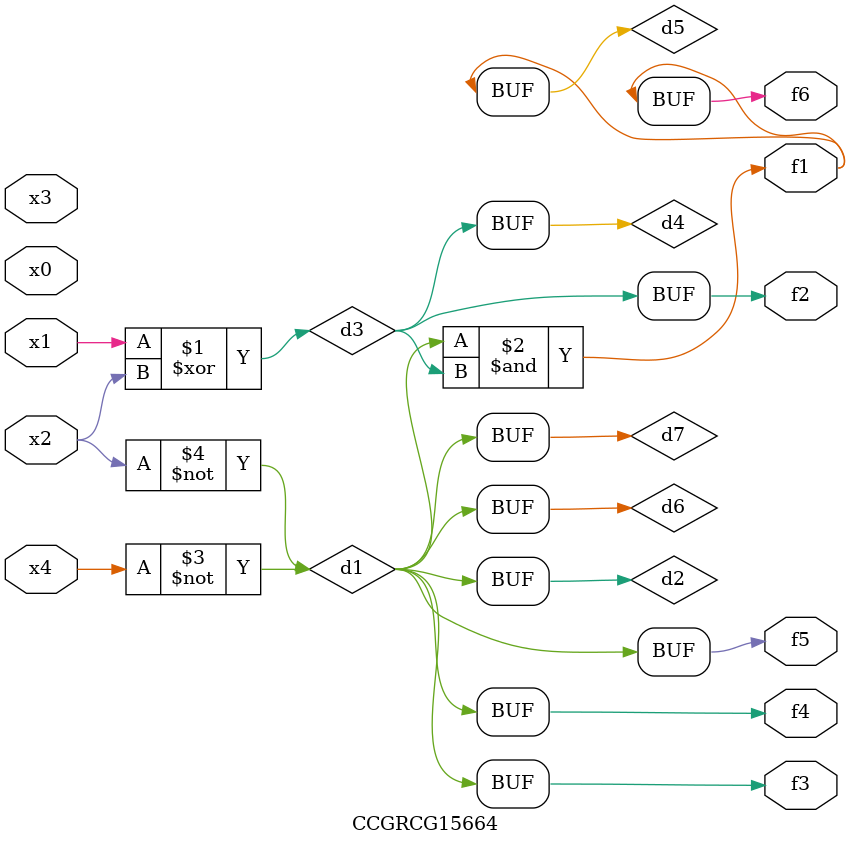
<source format=v>
module CCGRCG15664(
	input x0, x1, x2, x3, x4,
	output f1, f2, f3, f4, f5, f6
);

	wire d1, d2, d3, d4, d5, d6, d7;

	not (d1, x4);
	not (d2, x2);
	xor (d3, x1, x2);
	buf (d4, d3);
	and (d5, d1, d3);
	buf (d6, d1, d2);
	buf (d7, d2);
	assign f1 = d5;
	assign f2 = d4;
	assign f3 = d7;
	assign f4 = d7;
	assign f5 = d7;
	assign f6 = d5;
endmodule

</source>
